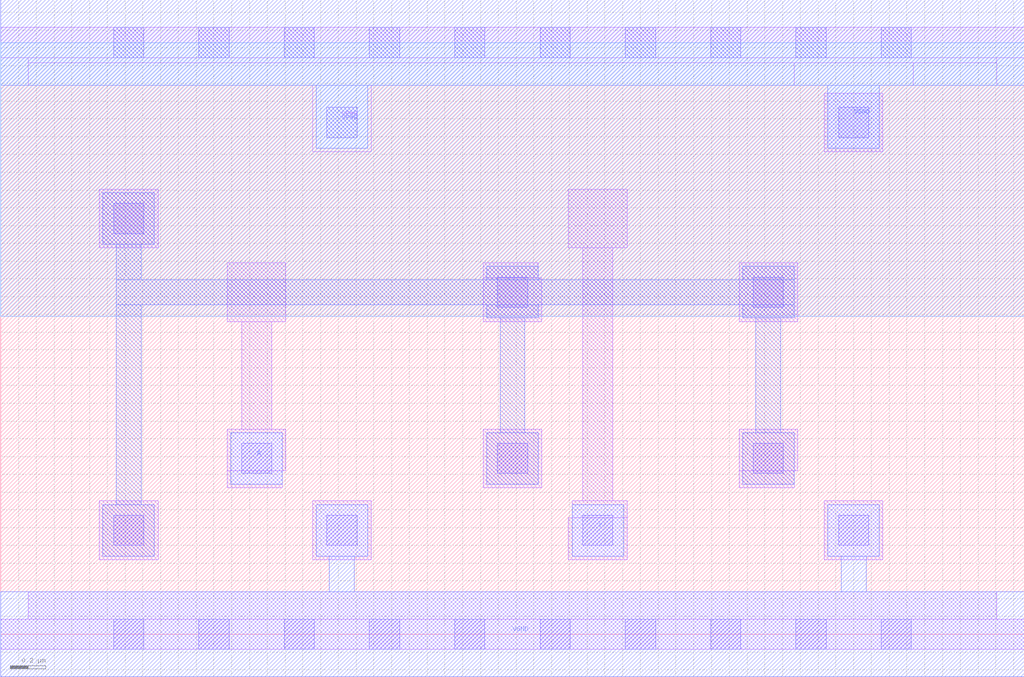
<source format=lef>
VERSION 5.7 ;
  NOWIREEXTENSIONATPIN ON ;
  DIVIDERCHAR "/" ;
  BUSBITCHARS "[]" ;
MACRO BUFX4
  CLASS CORE ;
  FOREIGN BUFX4 ;
  ORIGIN 0.000 0.000 ;
  SIZE 5.760 BY 3.330 ;
  SYMMETRY X Y ;
  SITE unit ;
  PIN A
    ANTENNAGATEAREA 0.189000 ;
    PORT
      LAYER met1 ;
        RECT 1.295 0.845 1.585 1.135 ;
    END
  END A
  PIN VGND
    ANTENNADIFFAREA 0.914200 ;
    PORT
      LAYER met1 ;
        RECT 1.775 0.440 2.065 0.730 ;
        RECT 4.655 0.440 4.945 0.730 ;
        RECT 1.850 0.240 1.990 0.440 ;
        RECT 4.730 0.240 4.870 0.440 ;
        RECT 0.000 -0.240 5.760 0.240 ;
    END
    PORT
      LAYER met1 ;
        RECT 0.000 3.090 5.760 3.570 ;
        RECT 1.775 2.735 2.065 3.090 ;
        RECT 4.655 2.735 4.945 3.090 ;
    END
  END VGND
  PIN VPWR
    ANTENNADIFFAREA 1.083600 ;
    PORT
      LAYER li1 ;
        RECT 0.000 3.245 5.760 3.415 ;
        RECT 0.155 3.215 5.605 3.245 ;
        RECT 0.155 3.090 4.465 3.215 ;
        RECT 5.135 3.090 5.605 3.215 ;
        RECT 1.755 2.715 2.085 3.090 ;
      LAYER mcon ;
        RECT 0.635 3.245 0.805 3.415 ;
        RECT 1.115 3.245 1.285 3.415 ;
        RECT 1.595 3.245 1.765 3.415 ;
        RECT 2.075 3.245 2.245 3.415 ;
        RECT 2.555 3.245 2.725 3.415 ;
        RECT 3.035 3.245 3.205 3.415 ;
        RECT 3.515 3.245 3.685 3.415 ;
        RECT 3.995 3.245 4.165 3.415 ;
        RECT 4.475 3.245 4.645 3.415 ;
        RECT 4.955 3.245 5.125 3.415 ;
        RECT 1.835 2.795 2.005 2.965 ;
    END
  END VPWR
  PIN Y
    ANTENNADIFFAREA 1.661650 ;
    PORT
      LAYER met1 ;
        RECT 3.215 0.440 3.505 0.730 ;
    END
  END Y
  OBS
      LAYER nwell ;
        RECT 0.000 1.790 5.760 3.330 ;
      LAYER li1 ;
        RECT 4.635 2.715 4.965 3.045 ;
        RECT 0.555 2.175 0.885 2.505 ;
        RECT 3.195 2.175 3.525 2.505 ;
        RECT 1.275 1.760 1.605 2.090 ;
        RECT 2.715 2.005 3.025 2.090 ;
        RECT 2.715 1.760 3.045 2.005 ;
        RECT 1.355 1.155 1.525 1.760 ;
        RECT 1.275 0.920 1.605 1.155 ;
        RECT 1.275 0.825 1.585 0.920 ;
        RECT 2.715 0.825 3.045 1.155 ;
        RECT 3.275 0.750 3.445 2.175 ;
        RECT 4.155 1.760 4.485 2.090 ;
        RECT 4.155 0.920 4.485 1.155 ;
        RECT 4.155 0.825 4.465 0.920 ;
        RECT 0.555 0.420 0.885 0.750 ;
        RECT 1.755 0.420 2.085 0.750 ;
        RECT 3.215 0.655 3.525 0.750 ;
        RECT 3.195 0.420 3.525 0.655 ;
        RECT 4.635 0.420 4.965 0.750 ;
        RECT 0.155 0.085 5.605 0.240 ;
        RECT 0.000 -0.085 5.760 0.085 ;
      LAYER mcon ;
        RECT 4.715 2.795 4.885 2.965 ;
        RECT 0.635 2.255 0.805 2.425 ;
        RECT 2.795 1.840 2.965 2.010 ;
        RECT 1.355 0.905 1.525 1.075 ;
        RECT 2.795 0.905 2.965 1.075 ;
        RECT 4.235 1.840 4.405 2.010 ;
        RECT 4.235 0.905 4.405 1.075 ;
        RECT 0.635 0.500 0.805 0.670 ;
        RECT 1.835 0.500 2.005 0.670 ;
        RECT 3.275 0.500 3.445 0.670 ;
        RECT 4.715 0.500 4.885 0.670 ;
        RECT 0.635 -0.085 0.805 0.085 ;
        RECT 1.115 -0.085 1.285 0.085 ;
        RECT 1.595 -0.085 1.765 0.085 ;
        RECT 2.075 -0.085 2.245 0.085 ;
        RECT 2.555 -0.085 2.725 0.085 ;
        RECT 3.035 -0.085 3.205 0.085 ;
        RECT 3.515 -0.085 3.685 0.085 ;
        RECT 3.995 -0.085 4.165 0.085 ;
        RECT 4.475 -0.085 4.645 0.085 ;
        RECT 4.955 -0.085 5.125 0.085 ;
      LAYER met1 ;
        RECT 0.575 2.195 0.865 2.485 ;
        RECT 0.650 1.995 0.790 2.195 ;
        RECT 2.735 1.995 3.025 2.070 ;
        RECT 4.175 1.995 4.465 2.070 ;
        RECT 0.650 1.855 4.465 1.995 ;
        RECT 0.650 0.730 0.790 1.855 ;
        RECT 2.735 1.780 3.025 1.855 ;
        RECT 4.175 1.780 4.465 1.855 ;
        RECT 2.810 1.135 2.950 1.780 ;
        RECT 4.250 1.135 4.390 1.780 ;
        RECT 2.735 0.845 3.025 1.135 ;
        RECT 4.175 0.845 4.465 1.135 ;
        RECT 0.575 0.440 0.865 0.730 ;
  END
END BUFX4
END LIBRARY


</source>
